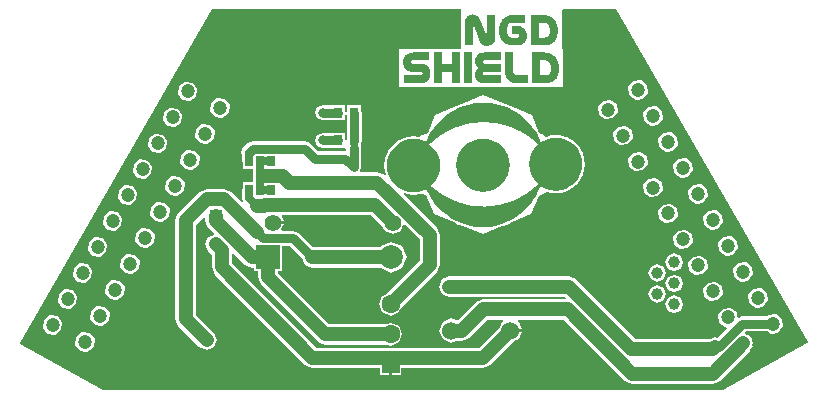
<source format=gtl>
%FSLAX44Y44*%
%MOMM*%
G71*
G01*
G75*
G04 Layer_Physical_Order=1*
G04 Layer_Color=255*
%ADD10C,0.2540*%
%ADD11R,0.6500X0.9000*%
%ADD12R,0.8000X0.9000*%
%ADD13C,1.2000*%
%ADD14C,0.8000*%
%ADD15C,0.7000*%
%ADD16C,0.2000*%
%ADD17C,1.4000*%
%ADD18C,2.0000*%
%ADD19R,2.0000X2.0000*%
%ADD20C,1.5240*%
%ADD21R,1.0000X1.0000*%
%ADD22C,1.0000*%
%ADD23C,1.6000*%
%ADD24R,1.6000X1.6000*%
%ADD25C,1.2000*%
%ADD26C,0.8000*%
G36*
X72530Y283235D02*
X58820D01*
X58556Y283190D01*
X58249Y283059D01*
X57941Y282795D01*
X57897Y282707D01*
X57765Y282487D01*
X57589Y282180D01*
X57545Y281784D01*
Y281740D01*
Y281696D01*
X57589Y281433D01*
X57677Y281081D01*
X57897Y280730D01*
X57985Y280686D01*
X58161Y280554D01*
X58512Y280378D01*
X58952Y280334D01*
X72530D01*
Y273611D01*
X58820D01*
X58556Y273567D01*
X58249Y273435D01*
X57941Y273172D01*
X57897Y273084D01*
X57765Y272908D01*
X57589Y272557D01*
X57545Y272117D01*
Y272073D01*
Y272029D01*
X57589Y271722D01*
X57721Y271370D01*
X57941Y271019D01*
X58029Y270975D01*
X58205Y270843D01*
X58556Y270667D01*
X58952Y270623D01*
X72530D01*
Y263900D01*
X57677D01*
X57370Y263944D01*
X56930Y263988D01*
X56447Y264032D01*
X55920Y264164D01*
X55392Y264296D01*
X54865Y264471D01*
X54821Y264515D01*
X54645Y264603D01*
X54382Y264735D01*
X54074Y264911D01*
X53723Y265130D01*
X53327Y265438D01*
X52976Y265746D01*
X52624Y266097D01*
X52580Y266141D01*
X52492Y266273D01*
X52316Y266493D01*
X52141Y266756D01*
X51921Y267108D01*
X51701Y267547D01*
X51481Y267987D01*
X51262Y268470D01*
Y268514D01*
X51174Y268734D01*
X51130Y268997D01*
X51042Y269349D01*
X50954Y269788D01*
X50866Y270272D01*
X50822Y270799D01*
X50778Y271370D01*
Y271414D01*
Y271502D01*
Y271634D01*
X50822Y271810D01*
X50866Y272293D01*
X50954Y272820D01*
Y272864D01*
X50998Y272952D01*
X51042Y273128D01*
X51086Y273304D01*
X51262Y273787D01*
X51481Y274358D01*
Y274402D01*
X51569Y274490D01*
X51657Y274666D01*
X51745Y274841D01*
X52053Y275325D01*
X52448Y275852D01*
X52492Y275896D01*
X52536Y275984D01*
X52668Y276116D01*
X52844Y276248D01*
X53239Y276643D01*
X53766Y277039D01*
X53679Y277083D01*
X53503Y277214D01*
X53195Y277434D01*
X52844Y277742D01*
X52448Y278137D01*
X52097Y278577D01*
X51745Y279104D01*
X51438Y279675D01*
X51394Y279763D01*
X51350Y279939D01*
X51262Y280290D01*
X51130Y280730D01*
X50998Y281257D01*
X50910Y281828D01*
X50866Y282487D01*
X50822Y283147D01*
Y283190D01*
Y283366D01*
X50866Y283630D01*
Y283981D01*
X50954Y284377D01*
X51042Y284816D01*
X51130Y285256D01*
X51306Y285739D01*
X51350Y285783D01*
X51394Y285959D01*
X51525Y286179D01*
X51701Y286486D01*
X52141Y287189D01*
X52756Y287892D01*
X52800Y287936D01*
X52931Y288068D01*
X53107Y288200D01*
X53371Y288420D01*
X53723Y288683D01*
X54074Y288903D01*
X54514Y289167D01*
X54997Y289386D01*
X55041Y289430D01*
X55216Y289474D01*
X55524Y289562D01*
X55876Y289694D01*
X56315Y289782D01*
X56798Y289870D01*
X57370Y289914D01*
X57985Y289958D01*
X72530D01*
Y283235D01*
D02*
G37*
G36*
X47878Y263900D02*
X41155D01*
Y289958D01*
X47878D01*
Y263900D01*
D02*
G37*
G36*
X82636Y275325D02*
Y275281D01*
Y275237D01*
Y274973D01*
X82724Y274534D01*
X82812Y274051D01*
X82944Y273479D01*
X83164Y272908D01*
X83471Y272337D01*
X83867Y271854D01*
X83911Y271810D01*
X84086Y271678D01*
X84394Y271458D01*
X84789Y271238D01*
X85273Y271019D01*
X85888Y270799D01*
X86591Y270667D01*
X87426Y270623D01*
X95907D01*
Y263900D01*
X87074D01*
X86811Y263944D01*
X86547D01*
X85844Y263988D01*
X85053Y264076D01*
X84174Y264251D01*
X83295Y264427D01*
X82461Y264691D01*
X82417D01*
X82373Y264735D01*
X82109Y264823D01*
X81670Y265042D01*
X81186Y265262D01*
X80615Y265614D01*
X80000Y266009D01*
X79385Y266449D01*
X78813Y266976D01*
X78769Y267064D01*
X78594Y267240D01*
X78330Y267547D01*
X77979Y267987D01*
X77627Y268514D01*
X77275Y269129D01*
X76924Y269832D01*
X76616Y270579D01*
Y270623D01*
X76572Y270667D01*
Y270799D01*
X76528Y270931D01*
X76397Y271370D01*
X76265Y271985D01*
X76133Y272644D01*
X76045Y273479D01*
X75957Y274358D01*
X75913Y275325D01*
Y289958D01*
X82636D01*
Y275325D01*
D02*
G37*
G36*
X37815Y263900D02*
X31092D01*
Y273655D01*
X22831D01*
Y263900D01*
X16108D01*
Y289958D01*
X22831D01*
Y280378D01*
X31092D01*
Y289958D01*
X37815D01*
Y263900D01*
D02*
G37*
G36*
X110408Y289914D02*
X110671D01*
X110979Y289870D01*
X111770Y289738D01*
X112649Y289562D01*
X113659Y289254D01*
X114758Y288859D01*
X115857Y288332D01*
X116955Y287629D01*
X117526Y287233D01*
X118054Y286794D01*
X118581Y286266D01*
X119064Y285739D01*
X119548Y285124D01*
X119987Y284465D01*
X120382Y283762D01*
X120734Y282971D01*
X121042Y282136D01*
X121305Y281257D01*
X121525Y280290D01*
X121701Y279236D01*
X121789Y278137D01*
X121833Y276951D01*
Y276863D01*
Y276643D01*
Y276336D01*
X121789Y275852D01*
X121745Y275325D01*
X121657Y274710D01*
X121569Y274007D01*
X121437Y273260D01*
X121305Y272469D01*
X121086Y271634D01*
X120822Y270843D01*
X120558Y270008D01*
X120163Y269217D01*
X119767Y268470D01*
X119284Y267767D01*
X118757Y267108D01*
X118713Y267064D01*
X118625Y266976D01*
X118449Y266800D01*
X118185Y266624D01*
X117878Y266361D01*
X117482Y266097D01*
X117043Y265790D01*
X116516Y265526D01*
X115900Y265218D01*
X115241Y264911D01*
X114494Y264647D01*
X113703Y264383D01*
X112868Y264208D01*
X111902Y264032D01*
X110891Y263944D01*
X109836Y263900D01*
X98895D01*
Y289958D01*
X110188D01*
X110408Y289914D01*
D02*
G37*
G36*
X11494Y283235D02*
X-2216D01*
X-2479Y283190D01*
X-2787Y283059D01*
X-3095Y282795D01*
X-3138Y282707D01*
X-3270Y282487D01*
X-3446Y282180D01*
X-3490Y281784D01*
Y281740D01*
Y281696D01*
X-3446Y281433D01*
X-3314Y281081D01*
X-3095Y280730D01*
X-3007Y280686D01*
X-2831Y280554D01*
X-2479Y280378D01*
X-2084Y280334D01*
X4815D01*
X5079Y280290D01*
X5430D01*
X5826Y280246D01*
X6748Y280071D01*
X7759Y279851D01*
X8814Y279455D01*
X9824Y278972D01*
X10308Y278621D01*
X10747Y278269D01*
X10791Y278225D01*
X10835Y278181D01*
X10967Y278049D01*
X11099Y277873D01*
X11274Y277654D01*
X11494Y277434D01*
X11714Y277083D01*
X11934Y276731D01*
X12109Y276336D01*
X12329Y275896D01*
X12549Y275369D01*
X12725Y274841D01*
X12856Y274226D01*
X12988Y273567D01*
X13032Y272864D01*
X13076Y272117D01*
Y272073D01*
Y271941D01*
Y271722D01*
X13032Y271458D01*
X12988Y271106D01*
X12944Y270711D01*
X12812Y269832D01*
X12505Y268822D01*
X12109Y267811D01*
X11846Y267283D01*
X11538Y266844D01*
X11187Y266361D01*
X10791Y265965D01*
X10747D01*
X10703Y265877D01*
X10572Y265790D01*
X10352Y265658D01*
X10132Y265482D01*
X9868Y265306D01*
X9517Y265130D01*
X9121Y264955D01*
X8682Y264735D01*
X8199Y264559D01*
X7671Y264383D01*
X7100Y264208D01*
X6485Y264076D01*
X5826Y263988D01*
X5079Y263944D01*
X4332Y263900D01*
X-9027D01*
Y270623D01*
X5210D01*
X5430Y270667D01*
X5694Y270799D01*
X5957Y271019D01*
X6001Y271106D01*
X6133Y271326D01*
X6265Y271678D01*
X6309Y272117D01*
Y272161D01*
Y272205D01*
Y272249D01*
X6265Y272513D01*
X6177Y272864D01*
X5957Y273172D01*
X5914Y273260D01*
X5738Y273391D01*
X5474Y273523D01*
X5123Y273611D01*
X-1908D01*
X-2348Y273655D01*
X-2919Y273699D01*
X-3578Y273787D01*
X-4237Y273919D01*
X-4940Y274095D01*
X-5599Y274358D01*
X-5687Y274402D01*
X-5863Y274490D01*
X-6170Y274666D01*
X-6522Y274886D01*
X-6961Y275149D01*
X-7401Y275457D01*
X-7840Y275852D01*
X-8280Y276248D01*
X-8324Y276292D01*
X-8455Y276467D01*
X-8631Y276687D01*
X-8851Y276995D01*
X-9071Y277390D01*
X-9334Y277830D01*
X-9554Y278313D01*
X-9774Y278840D01*
Y278928D01*
X-9862Y279104D01*
X-9905Y279412D01*
X-9993Y279763D01*
X-10081Y280246D01*
X-10125Y280730D01*
X-10213Y281828D01*
Y281916D01*
Y282092D01*
X-10169Y282400D01*
Y282839D01*
X-10081Y283278D01*
X-9993Y283806D01*
X-9905Y284377D01*
X-9730Y284904D01*
X-9686Y284992D01*
X-9642Y285168D01*
X-9510Y285432D01*
X-9334Y285783D01*
X-9158Y286179D01*
X-8895Y286618D01*
X-8543Y287057D01*
X-8192Y287497D01*
X-8148Y287541D01*
X-8016Y287673D01*
X-7752Y287892D01*
X-7445Y288156D01*
X-7049Y288420D01*
X-6610Y288727D01*
X-6083Y289035D01*
X-5467Y289298D01*
X-5379Y289342D01*
X-5160Y289386D01*
X-4808Y289518D01*
X-4325Y289650D01*
X-3754Y289738D01*
X-3095Y289870D01*
X-2348Y289914D01*
X-1513Y289958D01*
X11494D01*
Y283235D01*
D02*
G37*
G36*
X49565Y322089D02*
X50004Y322046D01*
X50531Y321914D01*
X51191Y321738D01*
X51894Y321430D01*
X52641Y321035D01*
X53344Y320463D01*
X53388D01*
X53432Y320376D01*
X53651Y320156D01*
X54003Y319760D01*
X54398Y319277D01*
X54882Y318618D01*
X55365Y317827D01*
X55804Y316904D01*
X56200Y315850D01*
X60462Y302711D01*
Y302667D01*
X60550Y302579D01*
X60638Y302447D01*
X60770Y302403D01*
X60814D01*
X60902Y302447D01*
X60989Y302579D01*
X61034Y302843D01*
Y321914D01*
X68020D01*
Y302711D01*
Y302623D01*
Y302447D01*
X67976Y302140D01*
X67932Y301744D01*
X67888Y301305D01*
X67801Y300821D01*
X67625Y300294D01*
X67449Y299811D01*
X67405Y299767D01*
X67361Y299591D01*
X67229Y299327D01*
X67053Y299020D01*
X66834Y298668D01*
X66526Y298317D01*
X66219Y297921D01*
X65867Y297570D01*
X65823Y297526D01*
X65691Y297438D01*
X65472Y297262D01*
X65208Y297043D01*
X64856Y296823D01*
X64461Y296603D01*
X64022Y296383D01*
X63538Y296164D01*
X63494D01*
X63319Y296076D01*
X63055Y296032D01*
X62703Y295944D01*
X62264Y295856D01*
X61781Y295768D01*
X61209Y295724D01*
X60638Y295680D01*
X60418D01*
X60243Y295724D01*
X59803Y295768D01*
X59276Y295856D01*
X58617Y296032D01*
X57958Y296252D01*
X57255Y296603D01*
X56551Y297043D01*
X56463Y297086D01*
X56244Y297306D01*
X55936Y297614D01*
X55541Y298053D01*
X55101Y298580D01*
X54662Y299284D01*
X54266Y300075D01*
X53915Y300953D01*
X49345Y315059D01*
Y315103D01*
X49301Y315234D01*
X49213Y315322D01*
X49037Y315366D01*
X48993D01*
X48949Y315322D01*
X48861Y315234D01*
X48818Y315015D01*
Y295900D01*
X41831D01*
Y315059D01*
Y315147D01*
Y315322D01*
X41875Y315630D01*
X41919Y316025D01*
X41963Y316465D01*
X42050Y316948D01*
X42182Y317475D01*
X42358Y317959D01*
X42402Y318003D01*
X42446Y318179D01*
X42578Y318442D01*
X42754Y318750D01*
X42973Y319101D01*
X43237Y319453D01*
X43896Y320200D01*
X43940Y320244D01*
X44072Y320332D01*
X44292Y320508D01*
X44555Y320727D01*
X44907Y320947D01*
X45346Y321167D01*
X45786Y321386D01*
X46269Y321606D01*
X46313Y321650D01*
X46489Y321694D01*
X46796Y321782D01*
X47148Y321870D01*
X47587Y321958D01*
X48071Y322046D01*
X48598Y322133D01*
X49389D01*
X49565Y322089D01*
D02*
G37*
G36*
X332496Y44993D02*
X332158Y43768D01*
X260522Y3788D01*
X-263964D01*
X-334426Y43112D01*
X-334763Y44337D01*
X-171834Y326512D01*
X38561D01*
Y325403D01*
X38561D01*
Y293228D01*
X-13483D01*
Y260630D01*
X125103D01*
Y293228D01*
X124065D01*
Y325403D01*
X124065D01*
Y325614D01*
X124963Y326512D01*
X169946D01*
X332496Y44993D01*
D02*
G37*
G36*
X92847Y315234D02*
X81862D01*
X81598Y315191D01*
X81247Y315147D01*
X80763Y315059D01*
X80236Y314839D01*
X79709Y314575D01*
X79226Y314224D01*
X78786Y313696D01*
X78742Y313609D01*
X78610Y313433D01*
X78435Y313037D01*
X78259Y312510D01*
X78083Y311851D01*
X77907Y311016D01*
X77775Y310005D01*
X77731Y309434D01*
Y308819D01*
Y308731D01*
Y308555D01*
X77775Y308248D01*
X77819Y307852D01*
X77863Y307369D01*
X77951Y306842D01*
X78083Y306314D01*
X78259Y305743D01*
X78478Y305128D01*
X78742Y304601D01*
X79094Y304073D01*
X79489Y303590D01*
X79973Y303194D01*
X80544Y302887D01*
X81159Y302711D01*
X81906Y302623D01*
X86959D01*
X87179Y302667D01*
X87443Y302799D01*
X87706Y303062D01*
Y303106D01*
X87750Y303150D01*
X87926Y303370D01*
X88058Y303722D01*
X88102Y304117D01*
Y304161D01*
Y304205D01*
X88058Y304469D01*
X87926Y304820D01*
X87706Y305216D01*
Y305260D01*
X87662Y305304D01*
X87487Y305479D01*
X87223Y305655D01*
X87047Y305743D01*
X81818D01*
Y312466D01*
X87311D01*
X87618Y312422D01*
X88058Y312378D01*
X88497Y312290D01*
X89024Y312159D01*
X89552Y311983D01*
X90079Y311763D01*
X90123Y311719D01*
X90343Y311631D01*
X90606Y311499D01*
X90914Y311280D01*
X91309Y311016D01*
X91749Y310708D01*
X92144Y310313D01*
X92540Y309918D01*
X92584Y309874D01*
X92716Y309698D01*
X92891Y309478D01*
X93155Y309170D01*
X93419Y308775D01*
X93682Y308336D01*
X93946Y307808D01*
X94210Y307281D01*
X94254Y307237D01*
X94298Y307017D01*
X94385Y306754D01*
X94517Y306358D01*
X94649Y305919D01*
X94737Y305435D01*
X94781Y304908D01*
X94825Y304337D01*
Y304249D01*
Y304029D01*
X94781Y303678D01*
X94737Y303238D01*
X94649Y302711D01*
X94561Y302140D01*
X94385Y301525D01*
X94166Y300953D01*
X94122Y300909D01*
X94034Y300690D01*
X93902Y300426D01*
X93726Y300075D01*
X93463Y299635D01*
X93199Y299196D01*
X92847Y298756D01*
X92452Y298317D01*
X92408Y298273D01*
X92276Y298141D01*
X92013Y297921D01*
X91749Y297702D01*
X91354Y297394D01*
X90914Y297130D01*
X90475Y296823D01*
X89947Y296559D01*
X89903Y296515D01*
X89728Y296471D01*
X89420Y296383D01*
X89068Y296252D01*
X88629Y296120D01*
X88146Y296032D01*
X87575Y295944D01*
X87003Y295900D01*
X82653D01*
X82433Y295944D01*
X82170D01*
X81862Y295988D01*
X81115Y296120D01*
X80192Y296295D01*
X79181Y296603D01*
X78083Y296999D01*
X76984Y297526D01*
X75886Y298229D01*
X75315Y298624D01*
X74787Y299064D01*
X74260Y299547D01*
X73777Y300118D01*
X73293Y300734D01*
X72898Y301349D01*
X72458Y302096D01*
X72107Y302843D01*
X71799Y303678D01*
X71536Y304601D01*
X71316Y305567D01*
X71140Y306578D01*
X71052Y307676D01*
X71008Y308863D01*
Y308995D01*
Y309039D01*
Y309126D01*
Y309302D01*
X71052Y309566D01*
Y309830D01*
X71096Y310181D01*
X71140Y310577D01*
X71228Y311016D01*
X71404Y311983D01*
X71667Y313081D01*
X72063Y314268D01*
X72546Y315498D01*
X73205Y316684D01*
X73996Y317871D01*
X74480Y318398D01*
X74963Y318969D01*
X75534Y319453D01*
X76106Y319936D01*
X76765Y320376D01*
X77512Y320771D01*
X78259Y321123D01*
X79094Y321386D01*
X79973Y321650D01*
X80895Y321826D01*
X81906Y321914D01*
X83005Y321958D01*
X92847D01*
Y315234D01*
D02*
G37*
G36*
X109370Y321914D02*
X109633D01*
X109941Y321870D01*
X110732Y321738D01*
X111611Y321562D01*
X112621Y321255D01*
X113720Y320859D01*
X114818Y320332D01*
X115917Y319629D01*
X116488Y319233D01*
X117016Y318794D01*
X117543Y318266D01*
X118026Y317739D01*
X118510Y317124D01*
X118949Y316465D01*
X119345Y315762D01*
X119696Y314971D01*
X120004Y314136D01*
X120267Y313257D01*
X120487Y312290D01*
X120663Y311236D01*
X120751Y310137D01*
X120795Y308951D01*
Y308863D01*
Y308643D01*
Y308336D01*
X120751Y307852D01*
X120707Y307325D01*
X120619Y306710D01*
X120531Y306007D01*
X120399Y305260D01*
X120267Y304469D01*
X120048Y303634D01*
X119784Y302843D01*
X119520Y302008D01*
X119125Y301217D01*
X118729Y300470D01*
X118246Y299767D01*
X117719Y299108D01*
X117675Y299064D01*
X117587Y298976D01*
X117411Y298800D01*
X117147Y298624D01*
X116840Y298361D01*
X116444Y298097D01*
X116005Y297789D01*
X115478Y297526D01*
X114862Y297218D01*
X114203Y296911D01*
X113456Y296647D01*
X112665Y296383D01*
X111830Y296208D01*
X110864Y296032D01*
X109853Y295944D01*
X108798Y295900D01*
X97857D01*
Y321958D01*
X109150D01*
X109370Y321914D01*
D02*
G37*
%LPC*%
G36*
X-283772Y111353D02*
X-289030Y107318D01*
X-289895Y100747D01*
X-285860Y95489D01*
X-279289Y94624D01*
X-274032Y98659D01*
X-273166Y105230D01*
X-277201Y110487D01*
X-283772Y111353D01*
D02*
G37*
G36*
X204970Y110937D02*
X199613Y108717D01*
X197393Y103360D01*
X199613Y98002D01*
X204970Y95783D01*
X210327Y98002D01*
X212547Y103360D01*
X210327Y108717D01*
X204970Y110937D01*
D02*
G37*
G36*
X219570Y101937D02*
X214212Y99718D01*
X211993Y94360D01*
X214212Y89002D01*
X219570Y86783D01*
X224928Y89002D01*
X227147Y94360D01*
X224928Y99718D01*
X219570Y101937D01*
D02*
G37*
G36*
X-256485Y97215D02*
X-261743Y93180D01*
X-262608Y86610D01*
X-258573Y81352D01*
X-252002Y80487D01*
X-246744Y84521D01*
X-245879Y91092D01*
X-249914Y96350D01*
X-256485Y97215D01*
D02*
G37*
G36*
X280083Y112652D02*
X273513Y111786D01*
X269478Y106529D01*
X270343Y99958D01*
X275601Y95924D01*
X282172Y96789D01*
X286206Y102046D01*
X285341Y108617D01*
X280083Y112652D01*
D02*
G37*
G36*
X219570Y119937D02*
X214212Y117718D01*
X211993Y112360D01*
X214212Y107002D01*
X219570Y104783D01*
X224928Y107002D01*
X227147Y112360D01*
X224928Y117718D01*
X219570Y119937D01*
D02*
G37*
G36*
X-271072Y133350D02*
X-276329Y129315D01*
X-277195Y122744D01*
X-273160Y117486D01*
X-266589Y116621D01*
X-261332Y120656D01*
X-260466Y127227D01*
X-264501Y132485D01*
X-271072Y133350D01*
D02*
G37*
G36*
X241546Y117999D02*
X234976Y117135D01*
X230941Y111877D01*
X231806Y105306D01*
X237064Y101271D01*
X243635Y102136D01*
X247669Y107394D01*
X246804Y113965D01*
X241546Y117999D01*
D02*
G37*
G36*
X-243785Y119212D02*
X-249043Y115177D01*
X-249908Y108607D01*
X-245873Y103349D01*
X-239302Y102484D01*
X-234044Y106518D01*
X-233179Y113089D01*
X-237214Y118347D01*
X-243785Y119212D01*
D02*
G37*
G36*
X254246Y96003D02*
X247676Y95138D01*
X243641Y89880D01*
X244506Y83309D01*
X249764Y79274D01*
X256335Y80139D01*
X260369Y85397D01*
X259504Y91968D01*
X254246Y96003D01*
D02*
G37*
G36*
X-281885Y53221D02*
X-287143Y49186D01*
X-288008Y42616D01*
X-283973Y37358D01*
X-277402Y36493D01*
X-272145Y40527D01*
X-271280Y47098D01*
X-275314Y52356D01*
X-281885Y53221D01*
D02*
G37*
G36*
X-309172Y67358D02*
X-314429Y63324D01*
X-315295Y56753D01*
X-311260Y51495D01*
X-304689Y50630D01*
X-299431Y54665D01*
X-298566Y61235D01*
X-302601Y66493D01*
X-309172Y67358D01*
D02*
G37*
G36*
X109853Y315234D02*
X104580D01*
Y302623D01*
X109941D01*
X110205Y302667D01*
X110556Y302711D01*
X111039Y302799D01*
X111567Y302975D01*
X112094Y303238D01*
X112577Y303634D01*
X113017Y304117D01*
X113061Y304205D01*
X113193Y304425D01*
X113368Y304776D01*
X113544Y305304D01*
X113720Y305963D01*
X113896Y306798D01*
X114028Y307808D01*
X114072Y308379D01*
Y308995D01*
Y309083D01*
Y309258D01*
X114028Y309566D01*
Y309961D01*
X113940Y310445D01*
X113852Y310972D01*
X113720Y311543D01*
X113544Y312115D01*
X113324Y312686D01*
X113061Y313257D01*
X112709Y313784D01*
X112314Y314268D01*
X111830Y314663D01*
X111259Y314971D01*
X110600Y315147D01*
X109853Y315234D01*
D02*
G37*
G36*
X110891Y283235D02*
X105618D01*
Y270623D01*
X110979D01*
X111243Y270667D01*
X111594Y270711D01*
X112078Y270799D01*
X112605Y270975D01*
X113132Y271238D01*
X113615Y271634D01*
X114055Y272117D01*
X114099Y272205D01*
X114231Y272425D01*
X114406Y272776D01*
X114582Y273304D01*
X114758Y273963D01*
X114934Y274798D01*
X115065Y275808D01*
X115110Y276380D01*
Y276995D01*
Y277083D01*
Y277258D01*
X115065Y277566D01*
Y277961D01*
X114978Y278445D01*
X114890Y278972D01*
X114758Y279543D01*
X114582Y280115D01*
X114362Y280686D01*
X114099Y281257D01*
X113747Y281784D01*
X113352Y282268D01*
X112868Y282663D01*
X112297Y282971D01*
X111638Y283147D01*
X110891Y283235D01*
D02*
G37*
G36*
X-269185Y75218D02*
X-274443Y71183D01*
X-275308Y64613D01*
X-271273Y59355D01*
X-264702Y58490D01*
X-259445Y62524D01*
X-258580Y69095D01*
X-262614Y74353D01*
X-269185Y75218D01*
D02*
G37*
G36*
X292783Y90655D02*
X286213Y89789D01*
X282178Y84532D01*
X283043Y77961D01*
X288301Y73926D01*
X294872Y74791D01*
X298906Y80049D01*
X298041Y86620D01*
X292783Y90655D01*
D02*
G37*
G36*
X204970Y92932D02*
X199613Y90712D01*
X197393Y85355D01*
X199613Y79998D01*
X204970Y77778D01*
X210327Y79998D01*
X212547Y85355D01*
X210327Y90712D01*
X204970Y92932D01*
D02*
G37*
G36*
X219570Y84407D02*
X214212Y82188D01*
X211993Y76830D01*
X214212Y71473D01*
X219570Y69253D01*
X224928Y71473D01*
X227147Y76830D01*
X224928Y82188D01*
X219570Y84407D01*
D02*
G37*
G36*
X-296472Y89355D02*
X-301730Y85321D01*
X-302595Y78750D01*
X-298560Y73492D01*
X-291989Y72627D01*
X-286731Y76662D01*
X-285866Y83232D01*
X-289901Y88490D01*
X-296472Y89355D01*
D02*
G37*
G36*
X267383Y134649D02*
X260813Y133784D01*
X256778Y128526D01*
X257643Y121955D01*
X262901Y117921D01*
X269472Y118786D01*
X273506Y124043D01*
X272641Y130614D01*
X267383Y134649D01*
D02*
G37*
G36*
X216583Y222637D02*
X210013Y221772D01*
X205978Y216514D01*
X206843Y209943D01*
X212101Y205909D01*
X218672Y206774D01*
X222706Y212032D01*
X221841Y218602D01*
X216583Y222637D01*
D02*
G37*
G36*
X178046Y227985D02*
X171476Y227120D01*
X167441Y221862D01*
X168306Y215291D01*
X173564Y211257D01*
X180135Y212122D01*
X184169Y217379D01*
X183304Y223950D01*
X178046Y227985D01*
D02*
G37*
G36*
X-180285Y229197D02*
X-185543Y225163D01*
X-186408Y218592D01*
X-182373Y213334D01*
X-175802Y212469D01*
X-170544Y216504D01*
X-169680Y223074D01*
X-173714Y228332D01*
X-180285Y229197D01*
D02*
G37*
G36*
X190746Y205988D02*
X184176Y205123D01*
X180141Y199865D01*
X181006Y193294D01*
X186264Y189260D01*
X192835Y190125D01*
X196869Y195382D01*
X196004Y201953D01*
X190746Y205988D01*
D02*
G37*
G36*
X-192985Y207200D02*
X-198243Y203166D01*
X-199108Y196595D01*
X-195073Y191337D01*
X-188502Y190472D01*
X-183244Y194506D01*
X-182379Y201077D01*
X-186414Y206335D01*
X-192985Y207200D01*
D02*
G37*
G36*
X-220272Y221338D02*
X-225529Y217303D01*
X-226395Y210732D01*
X-222360Y205475D01*
X-215789Y204610D01*
X-210532Y208644D01*
X-209666Y215215D01*
X-213701Y220473D01*
X-220272Y221338D01*
D02*
G37*
G36*
X57904Y253832D02*
X41355Y246977D01*
X37374Y245626D01*
X37262Y245527D01*
X37113Y245518D01*
X33342Y243658D01*
X16793Y236803D01*
X10536Y221698D01*
X4167Y219060D01*
X4167Y219060D01*
X3769Y218396D01*
X3624Y218440D01*
X3403Y218418D01*
X3208Y218522D01*
X-1183Y218955D01*
X-1396Y218890D01*
X-1608Y218955D01*
X-5999Y218522D01*
X-6194Y218418D01*
X-6415Y218440D01*
X-10638Y217159D01*
X-10809Y217018D01*
X-11030Y216996D01*
X-14921Y214916D01*
X-15062Y214745D01*
X-15274Y214681D01*
X-18685Y211881D01*
X-18789Y211686D01*
X-18985Y211581D01*
X-21784Y208170D01*
X-21848Y207958D01*
X-22020Y207818D01*
X-24100Y203926D01*
X-24121Y203706D01*
X-24262Y203534D01*
X-25543Y199312D01*
X-25521Y199091D01*
X-25626Y198895D01*
X-26058Y194504D01*
X-25994Y194292D01*
X-26058Y194080D01*
X-25626Y189689D01*
X-25521Y189493D01*
X-25543Y189273D01*
X-24808Y186849D01*
X-25764Y185893D01*
X-31887Y188429D01*
X-46090D01*
X-46796Y189485D01*
X-45506Y192600D01*
Y208950D01*
X-45470D01*
Y213915D01*
X-44876Y215350D01*
X-44976Y215591D01*
Y238950D01*
X-45470Y240144D01*
Y245450D01*
X-57470D01*
Y240144D01*
X-57835Y239262D01*
X-59105D01*
X-59470Y240143D01*
Y245450D01*
X-71470D01*
Y245444D01*
X-78270D01*
X-82862Y243542D01*
X-84764Y238950D01*
X-82862Y234358D01*
X-78270Y232456D01*
X-71470D01*
Y232450D01*
X-59470D01*
Y237435D01*
X-58488Y238241D01*
X-57964Y238137D01*
Y216263D01*
X-58488Y216159D01*
X-59470Y216965D01*
Y221950D01*
X-71470D01*
Y221944D01*
X-78270D01*
X-82862Y220042D01*
X-84764Y215450D01*
X-82862Y210858D01*
X-78270Y208956D01*
X-71470D01*
Y208950D01*
X-59659D01*
X-59659Y208950D01*
X-59470D01*
Y208950D01*
X-59392D01*
X-58494Y208052D01*
Y206632D01*
X-59120Y206214D01*
X-82030D01*
X-88768Y212952D01*
X-93360Y214854D01*
X-137350D01*
X-141942Y212952D01*
X-145382Y209512D01*
X-147284Y204920D01*
X-146743Y203613D01*
Y197860D01*
X-146040Y196162D01*
Y191360D01*
X-137243D01*
Y180360D01*
X-146040D01*
Y175558D01*
X-146743Y173860D01*
Y166520D01*
X-145572Y163694D01*
X-146628Y162988D01*
X-155463Y171823D01*
X-161586Y174359D01*
X-176350D01*
X-182473Y171823D01*
X-200353Y153943D01*
X-202889Y147820D01*
Y64130D01*
X-200353Y58007D01*
X-182623Y40277D01*
X-176500Y37741D01*
X-170377Y40277D01*
X-167841Y46400D01*
X-170377Y52523D01*
X-185571Y67717D01*
Y144233D01*
X-178732Y151072D01*
X-177559Y150586D01*
Y147620D01*
X-175023Y141497D01*
X-170405Y136879D01*
X-170652Y135633D01*
X-175023Y133823D01*
X-177559Y127700D01*
X-175023Y121577D01*
X-172259Y118813D01*
Y107900D01*
X-169723Y101777D01*
X-93023Y25077D01*
X-86900Y22541D01*
X-29800D01*
Y16900D01*
X-22070D01*
Y25903D01*
X-19530D01*
Y16900D01*
X-11800D01*
Y22541D01*
X57400D01*
X63523Y25077D01*
X83829Y45384D01*
X88063Y47137D01*
X90587Y53230D01*
X80697D01*
Y55770D01*
X90587D01*
X88063Y61863D01*
X86536Y62495D01*
X86784Y63741D01*
X126113D01*
X177877Y11977D01*
X184000Y9441D01*
X251861D01*
X257984Y11977D01*
X283528Y37521D01*
X284393Y39610D01*
X285769Y41403D01*
X285616Y42563D01*
X286064Y43644D01*
X285199Y45733D01*
X284904Y47974D01*
X283976Y48686D01*
X283528Y49767D01*
X281440Y50632D01*
X279646Y52008D01*
Y52008D01*
D01*
X279453Y53478D01*
X279774Y53799D01*
X298564D01*
X301001Y51929D01*
X307572Y52794D01*
X311606Y58052D01*
X310741Y64623D01*
X305483Y68657D01*
X298913Y67793D01*
X298142Y66788D01*
X277084D01*
X273818Y65435D01*
X272718Y66070D01*
X272204Y69971D01*
X266946Y74005D01*
X260376Y73140D01*
X256341Y67882D01*
X257206Y61312D01*
X262464Y57277D01*
X263291Y57386D01*
X263853Y56247D01*
X255964Y48358D01*
X253860Y49229D01*
X250190Y47709D01*
X186447D01*
X136263Y97893D01*
X130140Y100429D01*
X28580D01*
X22457Y97893D01*
X19921Y91770D01*
X22457Y85647D01*
X28580Y83111D01*
X126553D01*
X127432Y82232D01*
X126946Y81059D01*
X57400D01*
X57400Y81059D01*
X51277Y78523D01*
X35913Y63159D01*
X34933D01*
X30700Y64913D01*
X23337Y61863D01*
X20287Y54500D01*
X23337Y47137D01*
X30700Y44087D01*
X34933Y45841D01*
X39500D01*
X45623Y48377D01*
X60987Y63741D01*
X74616D01*
X74864Y62495D01*
X73337Y61863D01*
X71584Y57629D01*
X53813Y39859D01*
X-83313D01*
X-154941Y111487D01*
Y119756D01*
X-153768Y120242D01*
X-143943Y110417D01*
X-137820Y107881D01*
X-136630D01*
Y104540D01*
X-133289D01*
Y99640D01*
X-130753Y93517D01*
X-82413Y45177D01*
X-76290Y42641D01*
X-76290Y42641D01*
X-23413D01*
X-20800Y41558D01*
X-13912Y44412D01*
X-11058Y51300D01*
X-13912Y58188D01*
X-20800Y61041D01*
X-23413Y59959D01*
X-72703D01*
X-115971Y103227D01*
Y104540D01*
X-112630D01*
Y126186D01*
X-106200D01*
X-95658Y115643D01*
X-93493Y110417D01*
X-87370Y107881D01*
X-29432D01*
X-29214Y107355D01*
X-20030Y103551D01*
X-10846Y107355D01*
X-7041Y116540D01*
X-10846Y125724D01*
X-20030Y129529D01*
X-29214Y125724D01*
X-29432Y125199D01*
X-86845D01*
X-98918Y137272D01*
X-103510Y139174D01*
X-112420D01*
X-113126Y140230D01*
X-111395Y144410D01*
X-120612D01*
Y146950D01*
X-111395D01*
X-113058Y150965D01*
X-112352Y152021D01*
X-37597D01*
X-26981Y141405D01*
X-25898Y138792D01*
X-19010Y135939D01*
X-12122Y138792D01*
X-9933Y144077D01*
X-8687Y144324D01*
X4141Y131496D01*
Y113887D01*
X-25075Y84671D01*
X-27688Y83588D01*
X-30542Y76700D01*
X-27688Y69812D01*
X-20800Y66958D01*
X-13912Y69812D01*
X-12829Y72425D01*
X18923Y104177D01*
X21459Y110300D01*
Y135083D01*
X18923Y141206D01*
X-9736Y169865D01*
X-9083Y170954D01*
X-6415Y170145D01*
X-6194Y170166D01*
X-5999Y170062D01*
X-1608Y169629D01*
X-1396Y169694D01*
X-1183Y169629D01*
X3208Y170062D01*
X3403Y170166D01*
X3624Y170145D01*
X6100Y170896D01*
X6398Y170417D01*
X6398Y170417D01*
X9453Y169152D01*
X16193Y152881D01*
X32742Y146026D01*
X36513Y144167D01*
X36662Y144157D01*
X36774Y144058D01*
X40755Y142707D01*
X57304Y135852D01*
X73854Y142707D01*
X77835Y144058D01*
X77947Y144157D01*
X78096Y144167D01*
X81867Y146026D01*
X98416Y152881D01*
X104865Y168452D01*
X112042Y171424D01*
X112042Y171424D01*
X112287Y171833D01*
X114044Y171300D01*
X114265Y171321D01*
X114460Y171217D01*
X118851Y170784D01*
X119064Y170849D01*
X119276Y170784D01*
X123667Y171217D01*
X123863Y171321D01*
X124083Y171300D01*
X128306Y172581D01*
X128477Y172721D01*
X128698Y172743D01*
X132589Y174823D01*
X132730Y174994D01*
X132942Y175059D01*
X136353Y177858D01*
X136457Y178053D01*
X136653Y178158D01*
X139452Y181569D01*
X139516Y181781D01*
X139688Y181922D01*
X141768Y185813D01*
X141790Y186034D01*
X141930Y186205D01*
X143211Y190428D01*
X143189Y190648D01*
X143294Y190844D01*
X143726Y195235D01*
X143662Y195447D01*
X143726Y195659D01*
X143294Y200051D01*
X143189Y200246D01*
X143211Y200467D01*
X141930Y204689D01*
X141790Y204860D01*
X141768Y205081D01*
X139688Y208973D01*
X139516Y209113D01*
X139452Y209325D01*
X136653Y212736D01*
X136457Y212841D01*
X136353Y213036D01*
X132942Y215836D01*
X132730Y215900D01*
X132589Y216071D01*
X128698Y218151D01*
X128477Y218173D01*
X128306Y218314D01*
X124083Y219595D01*
X123863Y219573D01*
X123667Y219677D01*
X119276Y220110D01*
X119064Y220046D01*
X118851Y220110D01*
X114460Y219677D01*
X114265Y219573D01*
X114044Y219595D01*
X110600Y218550D01*
X109544Y219255D01*
X109497Y219732D01*
X109811Y220067D01*
X105148Y221998D01*
X99016Y236803D01*
X82466Y243658D01*
X78696Y245518D01*
X78547Y245527D01*
X78435Y245626D01*
X74454Y246977D01*
X57904Y253832D01*
D02*
G37*
G36*
X-167585Y251194D02*
X-172843Y247160D01*
X-173708Y240589D01*
X-169673Y235331D01*
X-163102Y234466D01*
X-157844Y238501D01*
X-156980Y245071D01*
X-161014Y250329D01*
X-167585Y251194D01*
D02*
G37*
G36*
X-194872Y265332D02*
X-200130Y261297D01*
X-200995Y254727D01*
X-196960Y249469D01*
X-190389Y248604D01*
X-185131Y252638D01*
X-184266Y259209D01*
X-188301Y264467D01*
X-194872Y265332D01*
D02*
G37*
G36*
X191183Y266631D02*
X184613Y265766D01*
X180578Y260508D01*
X181443Y253937D01*
X186701Y249903D01*
X193272Y250768D01*
X197306Y256026D01*
X196441Y262596D01*
X191183Y266631D01*
D02*
G37*
G36*
X-207572Y243335D02*
X-212829Y239300D01*
X-213695Y232730D01*
X-209660Y227472D01*
X-203089Y226607D01*
X-197831Y230641D01*
X-196966Y237212D01*
X-201001Y242470D01*
X-207572Y243335D01*
D02*
G37*
G36*
X203883Y244634D02*
X197313Y243769D01*
X193278Y238511D01*
X194143Y231940D01*
X199401Y227906D01*
X205972Y228771D01*
X210006Y234029D01*
X209141Y240599D01*
X203883Y244634D01*
D02*
G37*
G36*
X165346Y249982D02*
X158776Y249117D01*
X154741Y243859D01*
X155606Y237288D01*
X160864Y233254D01*
X167435Y234119D01*
X171469Y239377D01*
X170604Y245947D01*
X165346Y249982D01*
D02*
G37*
G36*
X229283Y200640D02*
X222713Y199775D01*
X218678Y194517D01*
X219543Y187946D01*
X224801Y183912D01*
X231372Y184777D01*
X235406Y190035D01*
X234541Y196605D01*
X229283Y200640D01*
D02*
G37*
G36*
X-245672Y177344D02*
X-250930Y173309D01*
X-251795Y166738D01*
X-247760Y161481D01*
X-241189Y160616D01*
X-235931Y164650D01*
X-235066Y171221D01*
X-239101Y176479D01*
X-245672Y177344D01*
D02*
G37*
G36*
X-258372Y155347D02*
X-263629Y151312D01*
X-264495Y144741D01*
X-260460Y139483D01*
X-253889Y138618D01*
X-248631Y142653D01*
X-247766Y149224D01*
X-251801Y154482D01*
X-258372Y155347D01*
D02*
G37*
G36*
X-218385Y163206D02*
X-223643Y159171D01*
X-224508Y152601D01*
X-220473Y147343D01*
X-213902Y146478D01*
X-208645Y150512D01*
X-207780Y157083D01*
X-211814Y162341D01*
X-218385Y163206D01*
D02*
G37*
G36*
X254683Y156646D02*
X248113Y155781D01*
X244078Y150523D01*
X244943Y143952D01*
X250201Y139918D01*
X256772Y140783D01*
X260806Y146040D01*
X259941Y152611D01*
X254683Y156646D01*
D02*
G37*
G36*
X216146Y161994D02*
X209576Y161129D01*
X205541Y155871D01*
X206406Y149300D01*
X211664Y145266D01*
X218235Y146131D01*
X222269Y151388D01*
X221404Y157959D01*
X216146Y161994D01*
D02*
G37*
G36*
X241983Y178643D02*
X235413Y177778D01*
X231378Y172520D01*
X232243Y165949D01*
X237501Y161915D01*
X244072Y162780D01*
X248106Y168037D01*
X247241Y174608D01*
X241983Y178643D01*
D02*
G37*
G36*
X228846Y139997D02*
X222276Y139131D01*
X218241Y133874D01*
X219106Y127303D01*
X224364Y123268D01*
X230935Y124134D01*
X234969Y129391D01*
X234104Y135962D01*
X228846Y139997D01*
D02*
G37*
G36*
X-232972Y199341D02*
X-238230Y195306D01*
X-239095Y188736D01*
X-235060Y183478D01*
X-228489Y182613D01*
X-223232Y186647D01*
X-222366Y193218D01*
X-226401Y198476D01*
X-232972Y199341D01*
D02*
G37*
G36*
X-231085Y141209D02*
X-236343Y137175D01*
X-237208Y130604D01*
X-233173Y125346D01*
X-226602Y124481D01*
X-221345Y128515D01*
X-220480Y135086D01*
X-224514Y140344D01*
X-231085Y141209D01*
D02*
G37*
G36*
X203446Y183991D02*
X196876Y183126D01*
X192841Y177868D01*
X193706Y171297D01*
X198964Y167263D01*
X205535Y168128D01*
X209569Y173386D01*
X208704Y179956D01*
X203446Y183991D01*
D02*
G37*
G36*
X-205685Y185203D02*
X-210943Y181169D01*
X-211808Y174598D01*
X-207773Y169340D01*
X-201202Y168475D01*
X-195944Y172509D01*
X-195079Y179080D01*
X-199114Y184338D01*
X-205685Y185203D01*
D02*
G37*
%LPD*%
G36*
X61896Y216568D02*
X66118Y215287D01*
X70009Y213207D01*
X73420Y210408D01*
X76220Y206997D01*
X78299Y203106D01*
X79580Y198883D01*
X80013Y194492D01*
X79580Y190101D01*
X78299Y185879D01*
X76220Y181987D01*
X73420Y178576D01*
X70009Y175777D01*
X66118Y173697D01*
X61896Y172416D01*
X57504Y171984D01*
X53113Y172416D01*
X48891Y173697D01*
X44999Y175777D01*
X41589Y178576D01*
X38789Y181987D01*
X36709Y185879D01*
X35429Y190101D01*
X34996Y194492D01*
X35429Y198883D01*
X36709Y203106D01*
X38789Y206997D01*
X41589Y210408D01*
X44999Y213207D01*
X48891Y215287D01*
X53113Y216568D01*
X57504Y217001D01*
X61896Y216568D01*
D02*
G37*
G36*
X64669Y247078D02*
X71319Y245755D01*
X77739Y243576D01*
X83819Y240578D01*
X89456Y236811D01*
X94553Y232341D01*
X99023Y227244D01*
X102790Y221607D01*
X105788Y215526D01*
X105935Y215096D01*
X105857Y215065D01*
X106055Y214588D01*
X105651Y213613D01*
X105385Y213502D01*
X105379Y213512D01*
X105381Y213516D01*
X105373Y213521D01*
X105379Y213512D01*
X105238Y213172D01*
X104263Y212768D01*
X103333Y213153D01*
X103392Y213217D01*
X103405Y213230D01*
X99474Y216743D01*
X93421Y221038D01*
X86924Y224629D01*
X80066Y227470D01*
X72934Y229524D01*
X65616Y230768D01*
X58204Y231184D01*
X50793Y230768D01*
X43475Y229524D01*
X36343Y227470D01*
X29485Y224629D01*
X22988Y221038D01*
X16934Y216743D01*
X11967Y212304D01*
X14520Y210208D01*
X17319Y206797D01*
X19399Y202906D01*
X20680Y198683D01*
X21113Y194292D01*
X20680Y189901D01*
X19399Y185679D01*
X17319Y181787D01*
X14520Y178376D01*
X12971Y177105D01*
X16734Y173741D01*
X22788Y169446D01*
X29285Y165855D01*
X36143Y163015D01*
X43275Y160960D01*
X50593Y159717D01*
X58004Y159300D01*
X65416Y159717D01*
X72733Y160960D01*
X79866Y163015D01*
X86724Y165855D01*
X93221Y169446D01*
X99274Y173741D01*
X104506Y178417D01*
X103148Y179531D01*
X100349Y182942D01*
X98269Y186834D01*
X96988Y191056D01*
X96555Y195447D01*
X96988Y199838D01*
X98269Y204061D01*
X100349Y207952D01*
X103148Y211363D01*
X106559Y214162D01*
X110450Y216242D01*
X114672Y217523D01*
X119064Y217955D01*
X123455Y217523D01*
X127677Y216242D01*
X131569Y214162D01*
X134979Y211363D01*
X137779Y207952D01*
X139859Y204061D01*
X141140Y199838D01*
X141572Y195447D01*
X141140Y191056D01*
X139859Y186834D01*
X137779Y182942D01*
X134979Y179531D01*
X131569Y176732D01*
X127677Y174652D01*
X123455Y173371D01*
X119064Y172939D01*
X114672Y173371D01*
X110450Y174652D01*
X106559Y176732D01*
X106499Y176781D01*
X105967Y176305D01*
X105930Y176343D01*
X105188Y174158D01*
X102190Y168078D01*
X98423Y162440D01*
X93953Y157343D01*
X88856Y152873D01*
X83219Y149107D01*
X77139Y146108D01*
X70719Y143929D01*
X64069Y142606D01*
X57304Y142163D01*
X50539Y142606D01*
X43890Y143929D01*
X37470Y146108D01*
X31390Y149107D01*
X25753Y152873D01*
X20656Y157343D01*
X16185Y162440D01*
X12419Y168078D01*
X9420Y174158D01*
X9274Y174588D01*
X9351Y174620D01*
X9345Y174634D01*
X7218Y173497D01*
X2996Y172216D01*
X-1396Y171784D01*
X-5787Y172216D01*
X-10009Y173497D01*
X-13901Y175577D01*
X-17311Y178376D01*
X-20111Y181787D01*
X-22191Y185679D01*
X-23472Y189901D01*
X-23904Y194292D01*
X-23472Y198683D01*
X-22191Y202906D01*
X-20111Y206797D01*
X-17311Y210208D01*
X-13901Y213007D01*
X-10009Y215087D01*
X-5787Y216368D01*
X-1396Y216800D01*
X2996Y216368D01*
X7218Y215087D01*
X9464Y213887D01*
X10020Y215526D01*
X13019Y221607D01*
X16786Y227244D01*
X21256Y232341D01*
X26353Y236811D01*
X31990Y240578D01*
X38070Y243576D01*
X44490Y245755D01*
X51139Y247078D01*
X57904Y247521D01*
X64669Y247078D01*
D02*
G37*
%LPC*%
G36*
X105921Y176352D02*
X105930Y176343D01*
X105932Y176348D01*
X105921Y176352D01*
D02*
G37*
%LPD*%
D10*
X10532Y175097D02*
G03*
X104766Y176903I46772J18895D01*
G01*
X104676Y214588D02*
G03*
X10443Y212781I-46772J-18895D01*
G01*
X104263Y214147D02*
G03*
X10586Y212638I-46059J-49155D01*
G01*
X11946Y176338D02*
G03*
X105623Y177847I46059J49155D01*
G01*
D11*
X-121790Y173860D02*
D03*
X-131290D02*
D03*
X-140790D02*
D03*
Y197860D02*
D03*
X-131290D02*
D03*
X-121790D02*
D03*
D12*
X-51470Y238950D02*
D03*
X-65470D02*
D03*
Y215450D02*
D03*
X-51470D02*
D03*
D13*
X28580Y91770D02*
X130140D01*
X-87370Y116540D02*
X-20030D01*
X182860Y39050D02*
X252340D01*
X253860Y40570D01*
X251861Y18100D02*
X277405Y43644D01*
X184000Y18100D02*
X251861D01*
X130140Y91770D02*
X182860Y39050D01*
X12800Y110300D02*
Y135083D01*
X-126680Y185410D02*
X-112140D01*
X-106500Y179770D01*
X-31887D02*
X12800Y135083D01*
X-106500Y179770D02*
X-31887D01*
X-168900Y147620D02*
Y151700D01*
Y147620D02*
X-137820Y116540D01*
X-124630D01*
Y99640D02*
Y116540D01*
Y99640D02*
X-76290Y51300D01*
X-20800D01*
X-34010Y160680D02*
X-19010Y145680D01*
X-126823Y160680D02*
X-34010D01*
X-127563Y159940D02*
X-126823Y160680D01*
X-134210Y159940D02*
X-127563D01*
X-86900Y31200D02*
X57400D01*
X-161586Y165700D02*
X-134050Y138164D01*
X-176350Y165700D02*
X-161586D01*
X-194230Y147820D02*
X-176350Y165700D01*
X-194230Y64130D02*
Y147820D01*
Y64130D02*
X-176500Y46400D01*
X-20800Y76700D02*
X12800Y110300D01*
X-168900Y127700D02*
X-163600Y122400D01*
Y107900D02*
X-86900Y31200D01*
X-163600Y107900D02*
Y122400D01*
X129700Y72400D02*
X184000Y18100D01*
X57400Y72400D02*
X129700D01*
X39500Y54500D02*
X57400Y72400D01*
X30700Y54500D02*
X39500D01*
X57400Y31200D02*
X80700Y54500D01*
D14*
X-134050Y138164D02*
X-128566Y132680D01*
X-103510D01*
X-87370Y116540D01*
X253860Y40570D02*
X257360D01*
X277084Y60293D01*
X-59120Y199720D02*
X-52000Y192600D01*
X-84720Y199720D02*
X-59120D01*
X-93360Y208360D02*
X-84720Y199720D01*
X277084Y60293D02*
X303242D01*
X-137350Y208360D02*
X-93360D01*
X-140790Y204920D02*
X-137350Y208360D01*
X-51470Y215450D02*
X-51370Y215350D01*
X-52000Y192600D02*
Y209000D01*
X-78270Y215450D02*
X-65470D01*
X-78270Y238950D02*
X-65470D01*
X-51470Y215450D02*
Y238950D01*
D15*
X-131290Y173860D02*
Y197860D01*
X-140790Y166520D02*
X-134210Y159940D01*
X-140790Y166520D02*
Y173860D01*
Y197860D02*
Y204920D01*
X-131290Y173860D02*
X-121790D01*
X-131290Y197860D02*
X-121790D01*
D16*
X247769Y87638D02*
X252005D01*
X-192631Y256968D02*
X-190798Y258800D01*
X-230730Y190977D02*
Y193239D01*
X-205331Y234971D02*
X-200798D01*
X277842Y101611D02*
Y104288D01*
X201642Y233411D02*
Y236270D01*
D17*
X-120610Y145680D02*
D03*
X-19010D02*
D03*
D18*
X-20030Y116540D02*
D03*
D19*
X-124630D02*
D03*
D20*
X80700Y54500D02*
D03*
X30700D02*
D03*
D21*
X-168900Y151700D02*
D03*
D22*
Y127700D02*
D03*
X219570Y112360D02*
D03*
X204970Y103360D02*
D03*
X219570Y94360D02*
D03*
X204970Y85355D02*
D03*
X219570Y76830D02*
D03*
D23*
X-20800Y76700D02*
D03*
Y51300D02*
D03*
D24*
Y25900D02*
D03*
D25*
X303242Y60293D02*
D03*
X290542Y82290D02*
D03*
X277842Y104288D02*
D03*
X265142Y126285D02*
D03*
X252442Y148282D02*
D03*
X239742Y170279D02*
D03*
X227042Y192276D02*
D03*
X214342Y214273D02*
D03*
X201642Y236270D02*
D03*
X188942Y258267D02*
D03*
X163105Y241618D02*
D03*
X175805Y219621D02*
D03*
X188505Y197624D02*
D03*
X201205Y175627D02*
D03*
X213905Y153630D02*
D03*
X226605Y131632D02*
D03*
X239305Y109635D02*
D03*
X252005Y87638D02*
D03*
X264705Y65641D02*
D03*
X277405Y43644D02*
D03*
X-279643Y44857D02*
D03*
X-266943Y66854D02*
D03*
X-254244Y88851D02*
D03*
X-241544Y110848D02*
D03*
X-228843Y132845D02*
D03*
X-216143Y154842D02*
D03*
X-203444Y176839D02*
D03*
X-190744Y198836D02*
D03*
X-178043Y220833D02*
D03*
X-165343Y242830D02*
D03*
X-192631Y256968D02*
D03*
X-205331Y234971D02*
D03*
X-218030Y212974D02*
D03*
X-230730Y190977D02*
D03*
X-243431Y168980D02*
D03*
X-256131Y146982D02*
D03*
X-268831Y124986D02*
D03*
X-281530Y102988D02*
D03*
X-294230Y80991D02*
D03*
X-306931Y58994D02*
D03*
D26*
X28580Y91770D02*
D03*
X-52000Y192600D02*
D03*
X-78270Y238950D02*
D03*
Y215450D02*
D03*
X-176500Y46400D02*
D03*
M02*

</source>
